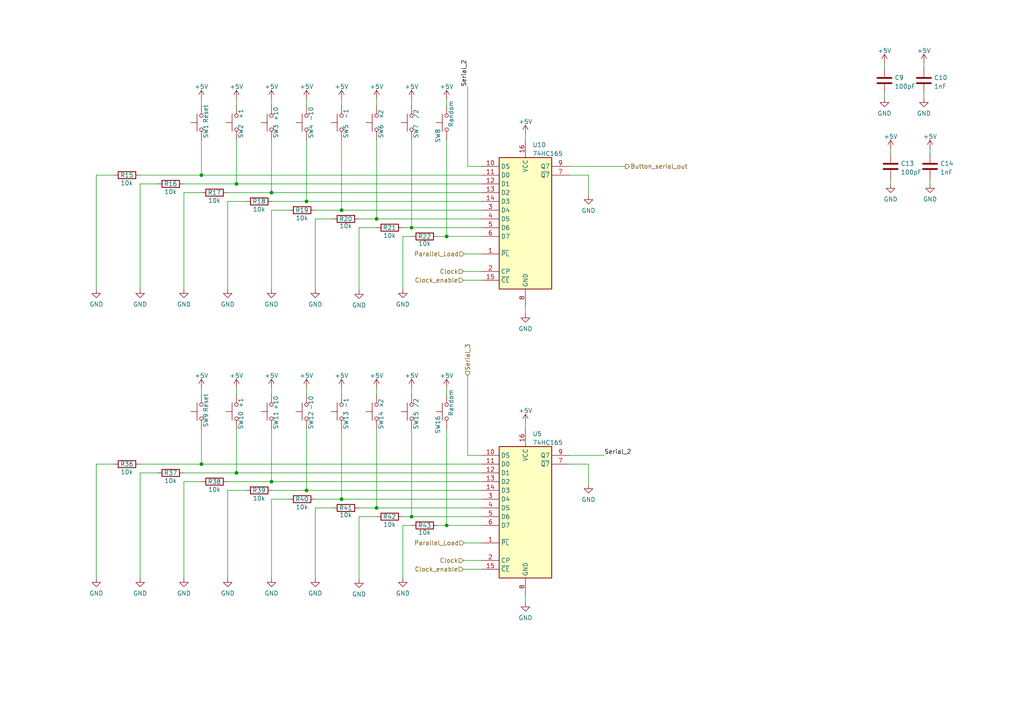
<source format=kicad_sch>
(kicad_sch (version 20211123) (generator eeschema)
  (paper "A4")
  (lib_symbols
    (symbol "74xx:74HC165"
      (property "Reference" "U" (at -7.62 19.05 0))
      (property "Value" "74HC165" (at -7.62 -21.59 0))
      (symbol "74HC165_1_0"
        (pin input line (at -12.7 -10.16 0) (length 5.08) (name "~{PL}") (number "1"))
        (pin input line (at -12.7 15.24 0) (length 5.08) (name "DS") (number "10"))
        (pin input line (at -12.7 12.7 0) (length 5.08) (name "D0") (number "11"))
        (pin input line (at -12.7 10.16 0) (length 5.08) (name "D1") (number "12"))
        (pin input line (at -12.7 7.62 0) (length 5.08) (name "D2") (number "13"))
        (pin input line (at -12.7 5.08 0) (length 5.08) (name "D3") (number "14"))
        (pin input line (at -12.7 -17.78 0) (length 5.08) (name "~{CE}") (number "15"))
        (pin power_in line (at 0 22.86 270) (length 5.08) (name "VCC") (number "16"))
        (pin input line (at -12.7 -15.24 0) (length 5.08) (name "CP") (number "2"))
        (pin input line (at -12.7 2.54 0) (length 5.08) (name "D4") (number "3"))
        (pin input line (at -12.7 0 0) (length 5.08) (name "D5") (number "4"))
        (pin input line (at -12.7 -2.54 0) (length 5.08) (name "D6") (number "5"))
        (pin input line (at -12.7 -5.08 0) (length 5.08) (name "D7") (number "6"))
        (pin output line (at 12.7 12.7 180) (length 5.08) (name "~{Q7}") (number "7"))
        (pin power_in line (at 0 -25.4 90) (length 5.08) (name "GND") (number "8"))
        (pin output line (at 12.7 15.24 180) (length 5.08) (name "Q7") (number "9"))
      )
      (symbol "74HC165_1_1"
        (rectangle (start -7.62 17.78) (end 7.62 -20.32) (stroke (width 0.254)) (fill (type background)))
      )
    )
    (symbol "Device:C" (pin_numbers hide) (pin_names (offset 0.254))
      (property "Reference" "C" (at 0.635 2.54 0))
      (property "Value" "C" (at 0.635 -2.54 0))
      (symbol "C_0_1"
        (polyline (pts (xy -2.032 -0.762) (xy 2.032 -0.762)) (stroke (width 0.508)))
        (polyline (pts (xy -2.032 0.762) (xy 2.032 0.762)) (stroke (width 0.508)))
      )
      (symbol "C_1_1"
        (pin passive line (at 0 3.81 270) (length 2.794) (name "~") (number "1"))
        (pin passive line (at 0 -3.81 90) (length 2.794) (name "~") (number "2"))
      )
    )
    (symbol "Device:R" (pin_numbers hide) (pin_names (offset 0))
      (property "Reference" "R" (at 2.032 0 90))
      (property "Value" "R" (at 0 0 90))
      (symbol "R_0_1"
        (rectangle (start -1.016 -2.54) (end 1.016 2.54) (stroke (width 0.254)))
      )
      (symbol "R_1_1"
        (pin passive line (at 0 3.81 270) (length 1.27) (name "~") (number "1"))
        (pin passive line (at 0 -3.81 90) (length 1.27) (name "~") (number "2"))
      )
    )
    (symbol "Switch:SW_Push" (pin_numbers hide) (pin_names (offset 1.016) hide)
      (property "Reference" "SW" (at 1.27 2.54 0))
      (property "Value" "SW_Push" (at 0 -1.524 0))
      (symbol "SW_Push_0_1"
        (circle (center -2.032 0) (radius 0.508))
        (polyline (pts (xy 0 1.27) (xy 0 3.048)))
        (polyline (pts (xy 2.54 1.27) (xy -2.54 1.27)))
        (circle (center 2.032 0) (radius 0.508))
        (pin passive line (at -5.08 0 0) (length 2.54) (name "1") (number "1"))
        (pin passive line (at 5.08 0 180) (length 2.54) (name "2") (number "2"))
      )
    )
    (symbol "power:+5V" (power) (pin_names (offset 0))
      (property "Value" "+5V" (at 0 3.556 0))
      (symbol "+5V_0_1"
        (polyline (pts (xy -0.762 1.27) (xy 0 2.54)))
        (polyline (pts (xy 0 0) (xy 0 2.54)))
        (polyline (pts (xy 0 2.54) (xy 0.762 1.27)))
      )
      (symbol "+5V_1_1"
        (pin power_in line (at 0 0 90) (length 0) hide (name "+5V") (number "1"))
      )
    )
    (symbol "power:GND" (power) (pin_names (offset 0))
      (property "Value" "GND" (at 0 -3.81 0))
      (symbol "GND_0_1"
        (polyline (pts (xy 0 0) (xy 0 -1.27) (xy 1.27 -1.27) (xy 0 -2.54) (xy -1.27 -1.27) (xy 0 -1.27)))
      )
      (symbol "GND_1_1"
        (pin power_in line (at 0 0 270) (length 0) hide (name "GND") (number "1"))
      )
    )
  )
  (junction (at 109.22 63.5))
  (junction (at 119.38 149.86))
  (junction (at 99.06 144.78))
  (junction (at 129.54 68.58))
  (junction (at 58.42 50.8))
  (junction (at 78.74 139.7))
  (junction (at 88.9 142.24))
  (junction (at 119.38 66.04))
  (junction (at 129.54 152.4))
  (junction (at 88.9 58.42))
  (junction (at 68.58 137.16))
  (junction (at 109.22 147.32))
  (junction (at 78.74 55.88))
  (junction (at 68.58 53.34))
  (junction (at 58.42 134.62))
  (junction (at 99.06 60.96))
  (wire (pts (xy 152.4 88.9) (xy 152.4 90.932)))
  (wire (pts (xy 104.14 63.5) (xy 109.22 63.5)))
  (wire (pts (xy 127 68.58) (xy 129.54 68.58)))
  (wire (pts (xy 135.636 108.966) (xy 135.636 132.08)))
  (wire (pts (xy 53.34 139.7) (xy 53.34 167.64)))
  (wire (pts (xy 66.04 142.24) (xy 66.04 167.64)))
  (wire (pts (xy 88.9 124.46) (xy 88.9 142.24)))
  (wire (pts (xy 53.34 53.34) (xy 68.58 53.34)))
  (wire (pts (xy 256.54 19.558) (xy 256.54 18.288)))
  (wire (pts (xy 134.366 162.56) (xy 139.7 162.56)))
  (wire (pts (xy 78.74 112.522) (xy 78.74 114.3)))
  (wire (pts (xy 71.374 58.42) (xy 66.04 58.42)))
  (wire (pts (xy 68.58 137.16) (xy 139.7 137.16)))
  (wire (pts (xy 119.38 124.46) (xy 119.38 149.86)))
  (wire (pts (xy 116.84 66.04) (xy 119.38 66.04)))
  (wire (pts (xy 119.38 68.58) (xy 116.84 68.58)))
  (wire (pts (xy 258.318 52.07) (xy 258.318 53.34)))
  (wire (pts (xy 99.06 40.64) (xy 99.06 60.96)))
  (wire (pts (xy 109.22 112.522) (xy 109.22 114.3)))
  (wire (pts (xy 78.74 144.78) (xy 78.74 167.64)))
  (wire (pts (xy 129.54 112.522) (xy 129.54 114.3)))
  (wire (pts (xy 104.14 149.86) (xy 109.22 149.86)))
  (wire (pts (xy 109.22 40.64) (xy 109.22 63.5)))
  (wire (pts (xy 33.02 50.8) (xy 27.94 50.8)))
  (wire (pts (xy 104.14 66.04) (xy 109.22 66.04)))
  (wire (pts (xy 99.06 124.46) (xy 99.06 144.78)))
  (wire (pts (xy 27.94 134.62) (xy 27.94 167.64)))
  (wire (pts (xy 119.38 149.86) (xy 139.7 149.86)))
  (wire (pts (xy 96.52 63.5) (xy 91.44 63.5)))
  (wire (pts (xy 88.9 112.522) (xy 88.9 114.3)))
  (wire (pts (xy 116.84 68.58) (xy 116.84 83.82)))
  (wire (pts (xy 58.42 40.64) (xy 58.42 50.8)))
  (wire (pts (xy 116.84 152.4) (xy 116.84 167.64)))
  (wire (pts (xy 58.42 124.46) (xy 58.42 134.62)))
  (wire (pts (xy 58.42 28.702) (xy 58.42 30.48)))
  (wire (pts (xy 269.748 52.07) (xy 269.748 53.34)))
  (wire (pts (xy 53.34 55.88) (xy 53.34 83.82)))
  (wire (pts (xy 40.64 134.62) (xy 58.42 134.62)))
  (wire (pts (xy 66.04 139.7) (xy 78.74 139.7)))
  (wire (pts (xy 256.54 27.178) (xy 256.54 28.448)))
  (wire (pts (xy 152.4 122.682) (xy 152.4 124.46)))
  (wire (pts (xy 129.54 68.58) (xy 139.7 68.58)))
  (wire (pts (xy 78.74 139.7) (xy 139.7 139.7)))
  (wire (pts (xy 269.748 43.18) (xy 269.748 44.45)))
  (wire (pts (xy 165.1 50.8) (xy 170.688 50.8)))
  (wire (pts (xy 58.42 139.7) (xy 53.34 139.7)))
  (wire (pts (xy 134.62 157.48) (xy 139.7 157.48)))
  (wire (pts (xy 68.58 40.64) (xy 68.58 53.34)))
  (wire (pts (xy 96.52 147.32) (xy 91.44 147.32)))
  (wire (pts (xy 134.366 78.74) (xy 139.7 78.74)))
  (wire (pts (xy 58.42 50.8) (xy 139.7 50.8)))
  (wire (pts (xy 152.4 38.862) (xy 152.4 40.64)))
  (wire (pts (xy 116.84 149.86) (xy 119.38 149.86)))
  (wire (pts (xy 267.97 18.288) (xy 267.97 19.558)))
  (wire (pts (xy 66.04 58.42) (xy 66.04 83.82)))
  (wire (pts (xy 139.7 132.08) (xy 135.636 132.08)))
  (wire (pts (xy 109.22 147.32) (xy 139.7 147.32)))
  (wire (pts (xy 71.374 142.24) (xy 66.04 142.24)))
  (wire (pts (xy 78.74 60.96) (xy 78.74 83.82)))
  (wire (pts (xy 129.54 40.64) (xy 129.54 68.58)))
  (wire (pts (xy 78.74 28.702) (xy 78.74 30.48)))
  (wire (pts (xy 170.688 50.8) (xy 170.688 56.642)))
  (wire (pts (xy 91.44 60.96) (xy 99.06 60.96)))
  (wire (pts (xy 119.38 28.702) (xy 119.38 30.48)))
  (wire (pts (xy 78.74 124.46) (xy 78.74 139.7)))
  (wire (pts (xy 78.74 55.88) (xy 139.7 55.88)))
  (wire (pts (xy 40.64 137.16) (xy 40.64 167.64)))
  (wire (pts (xy 68.58 124.46) (xy 68.58 137.16)))
  (wire (pts (xy 40.64 53.34) (xy 40.64 83.82)))
  (wire (pts (xy 53.34 137.16) (xy 68.58 137.16)))
  (wire (pts (xy 134.366 165.1) (xy 139.7 165.1)))
  (wire (pts (xy 129.54 124.46) (xy 129.54 152.4)))
  (wire (pts (xy 45.72 53.34) (xy 40.64 53.34)))
  (wire (pts (xy 109.22 124.46) (xy 109.22 147.32)))
  (wire (pts (xy 58.42 55.88) (xy 53.34 55.88)))
  (wire (pts (xy 58.42 112.522) (xy 58.42 114.3)))
  (wire (pts (xy 91.44 144.78) (xy 99.06 144.78)))
  (wire (pts (xy 104.14 84.074) (xy 104.14 66.04)))
  (wire (pts (xy 134.62 73.66) (xy 139.7 73.66)))
  (wire (pts (xy 99.06 144.78) (xy 139.7 144.78)))
  (wire (pts (xy 78.74 60.96) (xy 83.82 60.96)))
  (wire (pts (xy 104.14 167.894) (xy 104.14 149.86)))
  (wire (pts (xy 66.04 55.88) (xy 78.74 55.88)))
  (wire (pts (xy 109.22 28.702) (xy 109.22 30.48)))
  (wire (pts (xy 119.38 152.4) (xy 116.84 152.4)))
  (wire (pts (xy 78.994 58.42) (xy 88.9 58.42)))
  (wire (pts (xy 134.366 81.28) (xy 139.7 81.28)))
  (wire (pts (xy 58.42 134.62) (xy 139.7 134.62)))
  (wire (pts (xy 88.9 40.64) (xy 88.9 58.42)))
  (wire (pts (xy 99.06 60.96) (xy 139.7 60.96)))
  (wire (pts (xy 88.9 142.24) (xy 139.7 142.24)))
  (wire (pts (xy 88.9 58.42) (xy 139.7 58.42)))
  (wire (pts (xy 109.22 63.5) (xy 139.7 63.5)))
  (wire (pts (xy 135.636 25.146) (xy 135.636 48.26)))
  (wire (pts (xy 78.994 142.24) (xy 88.9 142.24)))
  (wire (pts (xy 104.14 147.32) (xy 109.22 147.32)))
  (wire (pts (xy 99.06 112.522) (xy 99.06 114.3)))
  (wire (pts (xy 267.97 27.178) (xy 267.97 28.448)))
  (wire (pts (xy 165.1 134.62) (xy 170.688 134.62)))
  (wire (pts (xy 91.44 63.5) (xy 91.44 83.82)))
  (wire (pts (xy 91.44 147.32) (xy 91.44 167.64)))
  (wire (pts (xy 78.74 144.78) (xy 83.82 144.78)))
  (wire (pts (xy 99.06 28.702) (xy 99.06 30.48)))
  (wire (pts (xy 88.9 28.702) (xy 88.9 30.48)))
  (wire (pts (xy 119.38 66.04) (xy 139.7 66.04)))
  (wire (pts (xy 129.54 28.702) (xy 129.54 30.48)))
  (wire (pts (xy 165.1 48.26) (xy 181.356 48.26)))
  (wire (pts (xy 68.58 112.522) (xy 68.58 114.3)))
  (wire (pts (xy 45.72 137.16) (xy 40.64 137.16)))
  (wire (pts (xy 27.94 50.8) (xy 27.94 83.82)))
  (wire (pts (xy 40.64 50.8) (xy 58.42 50.8)))
  (wire (pts (xy 78.74 40.64) (xy 78.74 55.88)))
  (wire (pts (xy 127 152.4) (xy 129.54 152.4)))
  (wire (pts (xy 258.318 44.45) (xy 258.318 43.18)))
  (wire (pts (xy 119.38 112.522) (xy 119.38 114.3)))
  (wire (pts (xy 119.38 40.64) (xy 119.38 66.04)))
  (wire (pts (xy 68.58 53.34) (xy 139.7 53.34)))
  (wire (pts (xy 129.54 152.4) (xy 139.7 152.4)))
  (wire (pts (xy 139.7 48.26) (xy 135.636 48.26)))
  (wire (pts (xy 33.02 134.62) (xy 27.94 134.62)))
  (wire (pts (xy 68.58 28.702) (xy 68.58 30.48)))
  (wire (pts (xy 152.4 172.72) (xy 152.4 174.752)))
  (wire (pts (xy 165.1 132.08) (xy 175.26 132.08)))
  (wire (pts (xy 170.688 134.62) (xy 170.688 140.462)))
  (label "Serial_2" (at 175.26 132.08 0))
  (label "Serial_2" (at 135.636 25.146 90))
  (hierarchical_label "Parallel_Load" (shape input) (at 134.62 157.48 180))
  (hierarchical_label "Serial_3" (shape input) (at 135.636 108.966 90))
  (hierarchical_label "Parallel_Load" (shape input) (at 134.62 73.66 180))
  (hierarchical_label "Clock" (shape input) (at 134.366 78.74 180))
  (hierarchical_label "Clock_enable" (shape input) (at 134.366 165.1 180))
  (hierarchical_label "Button_serial_out" (shape output) (at 181.356 48.26 0))
  (hierarchical_label "Clock_enable" (shape input) (at 134.366 81.28 180))
  (hierarchical_label "Clock" (shape input) (at 134.366 162.56 180))
  (symbol (lib_id "power:GND") (at 91.44 167.64 0) (unit 1)
    (property "Reference" "#PWR0165" (effects hide))
    (property "Value" "GND" (at 91.44 172.0834 0))
  )
  (symbol (lib_id "power:GND") (at 66.04 83.82 0) (unit 1)
    (property "Reference" "#PWR0144" (effects hide))
    (property "Value" "GND" (at 66.04 88.2634 0))
  )
  (symbol (lib_id "Switch:SW_Push") (at 68.58 35.56 90) (unit 1)
    (property "Reference" "SW2" (at 69.8531 38.1 0))
    (property "Value" "+1" (at 69.85 33.02 0))
    (property "Footprint" "Button_Switch_THT:SW_PUSH_6mm_H5mm" (effects hide))
  )
  (symbol (lib_id "power:GND") (at 53.34 167.64 0) (unit 1)
    (property "Reference" "#PWR0170" (effects hide))
    (property "Value" "GND" (at 53.34 172.0834 0))
  )
  (symbol (lib_id "power:GND") (at 104.14 167.894 0) (unit 1)
    (property "Reference" "#PWR0179" (effects hide))
    (property "Value" "GND" (at 104.14 172.3374 0))
  )
  (symbol (lib_id "Device:R") (at 100.33 63.5 90) (unit 1)
    (property "Reference" "R20" (at 102.235 63.5 90) (effects (justify left)))
    (property "Value" "10k" (at 102.108 65.532 90) (effects (justify left)))
    (property "Footprint" "Resistor_THT:R_Axial_DIN0207_L6.3mm_D2.5mm_P7.62mm_Horizontal" (effects hide))
  )
  (symbol (lib_id "power:+5V") (at 58.42 28.702 0) (unit 1)
    (property "Reference" "#PWR0141" (effects hide))
    (property "Value" "+5V" (at 58.42 25.1262 0))
  )
  (symbol (lib_id "Switch:SW_Push") (at 88.9 119.38 90) (unit 1)
    (property "Reference" "SW12" (at 90.1731 121.92 0))
    (property "Value" "-10" (at 90.17 116.84 0))
    (property "Footprint" "Button_Switch_THT:SW_PUSH_6mm_H5mm" (effects hide))
  )
  (symbol (lib_id "Switch:SW_Push") (at 129.54 35.56 90) (unit 1)
    (property "Reference" "SW8" (at 127 39.37 0))
    (property "Value" "Random" (at 130.81 33.02 0))
    (property "Footprint" "Button_Switch_THT:SW_PUSH_6mm_H5mm" (effects hide))
  )
  (symbol (lib_id "Device:R") (at 49.53 137.16 90) (unit 1)
    (property "Reference" "R37" (at 51.435 137.16 90) (effects (justify left)))
    (property "Value" "10k" (at 51.308 139.446 90) (effects (justify left)))
    (property "Footprint" "Resistor_THT:R_Axial_DIN0207_L6.3mm_D2.5mm_P7.62mm_Horizontal" (effects hide))
  )
  (symbol (lib_id "power:GND") (at 78.74 83.82 0) (unit 1)
    (property "Reference" "#PWR0133" (effects hide))
    (property "Value" "GND" (at 78.74 88.2634 0))
  )
  (symbol (lib_id "Device:C") (at 258.318 48.26 0) (unit 1)
    (property "Reference" "C13" (at 261.239 47.4253 0) (effects (justify left)))
    (property "Value" "100pF" (at 261.239 49.9622 0) (effects (justify left)))
    (property "Footprint" "Capacitor_THT:C_Disc_D3.8mm_W2.6mm_P2.50mm" (effects hide))
  )
  (symbol (lib_id "power:GND") (at 40.64 167.64 0) (unit 1)
    (property "Reference" "#PWR0169" (effects hide))
    (property "Value" "GND" (at 40.64 172.0834 0))
  )
  (symbol (lib_id "power:GND") (at 27.94 83.82 0) (unit 1)
    (property "Reference" "#PWR0135" (effects hide))
    (property "Value" "GND" (at 27.94 88.2634 0))
  )
  (symbol (lib_id "power:GND") (at 170.688 140.462 0) (unit 1)
    (property "Reference" "#PWR0178" (effects hide))
    (property "Value" "GND" (at 170.688 144.9054 0))
  )
  (symbol (lib_id "Device:R") (at 36.83 134.62 90) (unit 1)
    (property "Reference" "R36" (at 38.735 134.62 90) (effects (justify left)))
    (property "Value" "10k" (at 38.608 136.906 90) (effects (justify left)))
    (property "Footprint" "Resistor_THT:R_Axial_DIN0207_L6.3mm_D2.5mm_P7.62mm_Horizontal" (effects hide))
  )
  (symbol (lib_id "74xx:74HC165") (at 152.4 147.32 0) (unit 1)
    (property "Reference" "U5" (at 154.4194 125.8402 0) (effects (justify left)))
    (property "Value" "74HC165" (at 154.4194 128.3771 0) (effects (justify left)))
    (property "Footprint" "Package_DIP:DIP-16_W7.62mm_LongPads" (effects hide))
    (property "Datasheet" "https://assets.nexperia.com/documents/data-sheet/74HC_HCT165.pdf" (effects hide))
  )
  (symbol (lib_id "power:GND") (at 258.318 53.34 0) (unit 1)
    (property "Reference" "#PWR0161" (effects hide))
    (property "Value" "GND" (at 258.318 57.7834 0))
  )
  (symbol (lib_id "power:+5V") (at 119.38 28.702 0) (unit 1)
    (property "Reference" "#PWR0140" (effects hide))
    (property "Value" "+5V" (at 119.38 25.1262 0))
  )
  (symbol (lib_id "Switch:SW_Push") (at 109.22 35.56 90) (unit 1)
    (property "Reference" "SW6" (at 110.4931 38.1 0))
    (property "Value" "x2" (at 110.49 33.02 0))
    (property "Footprint" "Button_Switch_THT:SW_PUSH_6mm_H5mm" (effects hide))
  )
  (symbol (lib_id "power:+5V") (at 109.22 112.522 0) (unit 1)
    (property "Reference" "#PWR0175" (effects hide))
    (property "Value" "+5V" (at 109.22 108.9462 0))
  )
  (symbol (lib_id "power:GND") (at 40.64 83.82 0) (unit 1)
    (property "Reference" "#PWR0134" (effects hide))
    (property "Value" "GND" (at 40.64 88.2634 0))
  )
  (symbol (lib_id "Switch:SW_Push") (at 129.54 119.38 90) (unit 1)
    (property "Reference" "SW16" (at 127 123.19 0))
    (property "Value" "Random" (at 130.81 116.84 0))
    (property "Footprint" "Button_Switch_THT:SW_PUSH_6mm_H5mm" (effects hide))
  )
  (symbol (lib_id "power:GND") (at 66.04 167.64 0) (unit 1)
    (property "Reference" "#PWR0163" (effects hide))
    (property "Value" "GND" (at 66.04 172.0834 0))
  )
  (symbol (lib_id "power:+5V") (at 152.4 38.862 0) (unit 1)
    (property "Reference" "#PWR0125" (effects hide))
    (property "Value" "+5V" (at 152.4 35.2862 0))
  )
  (symbol (lib_id "power:+5V") (at 99.06 112.522 0) (unit 1)
    (property "Reference" "#PWR0173" (effects hide))
    (property "Value" "+5V" (at 99.06 108.9462 0))
  )
  (symbol (lib_id "Switch:SW_Push") (at 109.22 119.38 90) (unit 1)
    (property "Reference" "SW14" (at 110.4931 121.92 0))
    (property "Value" "x2" (at 110.49 116.84 0))
    (property "Footprint" "Button_Switch_THT:SW_PUSH_6mm_H5mm" (effects hide))
  )
  (symbol (lib_id "Switch:SW_Push") (at 119.38 35.56 90) (unit 1)
    (property "Reference" "SW7" (at 120.6531 38.1 0))
    (property "Value" "/2" (at 120.65 33.02 0))
    (property "Footprint" "Button_Switch_THT:SW_PUSH_6mm_H5mm" (effects hide))
  )
  (symbol (lib_id "power:GND") (at 78.74 167.64 0) (unit 1)
    (property "Reference" "#PWR0164" (effects hide))
    (property "Value" "GND" (at 78.74 172.0834 0))
  )
  (symbol (lib_id "power:GND") (at 256.54 28.448 0) (unit 1)
    (property "Reference" "#PWR0121" (effects hide))
    (property "Value" "GND" (at 256.54 32.8914 0))
  )
  (symbol (lib_id "power:+5V") (at 267.97 18.288 0) (unit 1)
    (property "Reference" "#PWR0122" (effects hide))
    (property "Value" "+5V" (at 267.97 14.7122 0))
  )
  (symbol (lib_id "power:+5V") (at 258.318 43.18 0) (unit 1)
    (property "Reference" "#PWR0159" (effects hide))
    (property "Value" "+5V" (at 258.318 39.6042 0))
  )
  (symbol (lib_id "power:+5V") (at 78.74 28.702 0) (unit 1)
    (property "Reference" "#PWR0143" (effects hide))
    (property "Value" "+5V" (at 78.74 25.1262 0))
  )
  (symbol (lib_id "Switch:SW_Push") (at 58.42 119.38 90) (unit 1)
    (property "Reference" "SW9" (at 59.6931 121.92 0))
    (property "Value" "Reset" (at 59.69 116.84 0))
    (property "Footprint" "Button_Switch_THT:SW_PUSH_6mm_H5mm" (effects hide))
  )
  (symbol (lib_id "power:GND") (at 152.4 90.932 0) (unit 1)
    (property "Reference" "#PWR0126" (effects hide))
    (property "Value" "GND" (at 152.4 95.3754 0))
  )
  (symbol (lib_id "power:+5V") (at 88.9 28.702 0) (unit 1)
    (property "Reference" "#PWR0138" (effects hide))
    (property "Value" "+5V" (at 88.9 25.1262 0))
  )
  (symbol (lib_id "power:GND") (at 91.44 83.82 0) (unit 1)
    (property "Reference" "#PWR0132" (effects hide))
    (property "Value" "GND" (at 91.44 88.2634 0))
  )
  (symbol (lib_id "power:+5V") (at 129.54 112.522 0) (unit 1)
    (property "Reference" "#PWR0176" (effects hide))
    (property "Value" "+5V" (at 129.54 108.9462 0))
  )
  (symbol (lib_id "Device:R") (at 113.03 149.86 90) (unit 1)
    (property "Reference" "R42" (at 114.935 149.86 90) (effects (justify left)))
    (property "Value" "10k" (at 114.808 152.146 90) (effects (justify left)))
    (property "Footprint" "Resistor_THT:R_Axial_DIN0207_L6.3mm_D2.5mm_P7.62mm_Horizontal" (effects hide))
  )
  (symbol (lib_id "power:+5V") (at 152.4 122.682 0) (unit 1)
    (property "Reference" "#PWR0177" (effects hide))
    (property "Value" "+5V" (at 152.4 119.1062 0))
  )
  (symbol (lib_id "Switch:SW_Push") (at 88.9 35.56 90) (unit 1)
    (property "Reference" "SW4" (at 90.1731 38.1 0))
    (property "Value" "-10" (at 90.17 33.02 0))
    (property "Footprint" "Button_Switch_THT:SW_PUSH_6mm_H5mm" (effects hide))
  )
  (symbol (lib_id "power:GND") (at 104.14 84.074 0) (unit 1)
    (property "Reference" "#PWR0131" (effects hide))
    (property "Value" "GND" (at 104.14 88.5174 0))
  )
  (symbol (lib_id "Device:R") (at 113.03 66.04 90) (unit 1)
    (property "Reference" "R21" (at 114.935 66.04 90) (effects (justify left)))
    (property "Value" "10k" (at 114.808 68.326 90) (effects (justify left)))
    (property "Footprint" "Resistor_THT:R_Axial_DIN0207_L6.3mm_D2.5mm_P7.62mm_Horizontal" (effects hide))
  )
  (symbol (lib_id "power:GND") (at 152.4 174.752 0) (unit 1)
    (property "Reference" "#PWR0181" (effects hide))
    (property "Value" "GND" (at 152.4 179.1954 0))
  )
  (symbol (lib_id "power:+5V") (at 129.54 28.702 0) (unit 1)
    (property "Reference" "#PWR0139" (effects hide))
    (property "Value" "+5V" (at 129.54 25.1262 0))
  )
  (symbol (lib_id "Device:C") (at 269.748 48.26 0) (unit 1)
    (property "Reference" "C14" (at 272.669 47.4253 0) (effects (justify left)))
    (property "Value" "1nF" (at 272.669 49.9622 0) (effects (justify left)))
    (property "Footprint" "Capacitor_THT:C_Disc_D3.8mm_W2.6mm_P2.50mm" (effects hide))
  )
  (symbol (lib_id "Device:C") (at 256.54 23.368 0) (unit 1)
    (property "Reference" "C9" (at 259.461 22.5333 0) (effects (justify left)))
    (property "Value" "100pF" (at 259.461 25.0702 0) (effects (justify left)))
    (property "Footprint" "Capacitor_THT:C_Disc_D3.8mm_W2.6mm_P2.50mm" (effects hide))
  )
  (symbol (lib_id "power:GND") (at 269.748 53.34 0) (unit 1)
    (property "Reference" "#PWR0162" (effects hide))
    (property "Value" "GND" (at 269.748 57.7834 0))
  )
  (symbol (lib_id "power:GND") (at 27.94 167.64 0) (unit 1)
    (property "Reference" "#PWR0168" (effects hide))
    (property "Value" "GND" (at 27.94 172.0834 0))
  )
  (symbol (lib_id "power:+5V") (at 256.54 18.288 0) (unit 1)
    (property "Reference" "#PWR0123" (effects hide))
    (property "Value" "+5V" (at 256.54 14.7122 0))
  )
  (symbol (lib_id "Device:R") (at 123.19 152.4 90) (unit 1)
    (property "Reference" "R43" (at 125.095 152.4 90) (effects (justify left)))
    (property "Value" "10k" (at 124.968 154.432 90) (effects (justify left)))
    (property "Footprint" "Resistor_THT:R_Axial_DIN0207_L6.3mm_D2.5mm_P7.62mm_Horizontal" (effects hide))
  )
  (symbol (lib_id "Device:R") (at 49.53 53.34 90) (unit 1)
    (property "Reference" "R16" (at 51.435 53.34 90) (effects (justify left)))
    (property "Value" "10k" (at 51.308 55.626 90) (effects (justify left)))
    (property "Footprint" "Resistor_THT:R_Axial_DIN0207_L6.3mm_D2.5mm_P7.62mm_Horizontal" (effects hide))
  )
  (symbol (lib_id "power:+5V") (at 68.58 112.522 0) (unit 1)
    (property "Reference" "#PWR0167" (effects hide))
    (property "Value" "+5V" (at 68.58 108.9462 0))
  )
  (symbol (lib_id "power:+5V") (at 78.74 112.522 0) (unit 1)
    (property "Reference" "#PWR0171" (effects hide))
    (property "Value" "+5V" (at 78.74 108.9462 0))
  )
  (symbol (lib_id "power:+5V") (at 119.38 112.522 0) (unit 1)
    (property "Reference" "#PWR0174" (effects hide))
    (property "Value" "+5V" (at 119.38 108.9462 0))
  )
  (symbol (lib_id "Device:R") (at 100.33 147.32 90) (unit 1)
    (property "Reference" "R41" (at 102.235 147.32 90) (effects (justify left)))
    (property "Value" "10k" (at 102.108 149.352 90) (effects (justify left)))
    (property "Footprint" "Resistor_THT:R_Axial_DIN0207_L6.3mm_D2.5mm_P7.62mm_Horizontal" (effects hide))
  )
  (symbol (lib_id "power:+5V") (at 99.06 28.702 0) (unit 1)
    (property "Reference" "#PWR0137" (effects hide))
    (property "Value" "+5V" (at 99.06 25.1262 0))
  )
  (symbol (lib_id "power:GND") (at 267.97 28.448 0) (unit 1)
    (property "Reference" "#PWR0124" (effects hide))
    (property "Value" "GND" (at 267.97 32.8914 0))
  )
  (symbol (lib_id "Device:R") (at 62.23 55.88 90) (unit 1)
    (property "Reference" "R17" (at 64.135 55.88 90) (effects (justify left)))
    (property "Value" "10k" (at 64.008 58.166 90) (effects (justify left)))
    (property "Footprint" "Resistor_THT:R_Axial_DIN0207_L6.3mm_D2.5mm_P7.62mm_Horizontal" (effects hide))
  )
  (symbol (lib_id "Device:C") (at 267.97 23.368 0) (unit 1)
    (property "Reference" "C10" (at 270.891 22.5333 0) (effects (justify left)))
    (property "Value" "1nF" (at 270.891 25.0702 0) (effects (justify left)))
    (property "Footprint" "Capacitor_THT:C_Disc_D3.8mm_W2.6mm_P2.50mm" (effects hide))
  )
  (symbol (lib_id "power:GND") (at 116.84 83.82 0) (unit 1)
    (property "Reference" "#PWR0130" (effects hide))
    (property "Value" "GND" (at 116.84 88.2634 0))
  )
  (symbol (lib_id "Device:R") (at 62.23 139.7 90) (unit 1)
    (property "Reference" "R38" (at 64.135 139.7 90) (effects (justify left)))
    (property "Value" "10k" (at 64.008 141.986 90) (effects (justify left)))
    (property "Footprint" "Resistor_THT:R_Axial_DIN0207_L6.3mm_D2.5mm_P7.62mm_Horizontal" (effects hide))
  )
  (symbol (lib_id "power:GND") (at 53.34 83.82 0) (unit 1)
    (property "Reference" "#PWR0145" (effects hide))
    (property "Value" "GND" (at 53.34 88.2634 0))
  )
  (symbol (lib_id "Switch:SW_Push") (at 78.74 35.56 90) (unit 1)
    (property "Reference" "SW3" (at 80.0131 38.1 0))
    (property "Value" "+10" (at 80.01 33.02 0))
    (property "Footprint" "Button_Switch_THT:SW_PUSH_6mm_H5mm" (effects hide))
  )
  (symbol (lib_id "Device:R") (at 87.63 144.78 90) (unit 1)
    (property "Reference" "R40" (at 89.535 144.78 90) (effects (justify left)))
    (property "Value" "10k" (at 89.408 147.066 90) (effects (justify left)))
    (property "Footprint" "Resistor_THT:R_Axial_DIN0207_L6.3mm_D2.5mm_P7.62mm_Horizontal" (effects hide))
  )
  (symbol (lib_id "power:+5V") (at 109.22 28.702 0) (unit 1)
    (property "Reference" "#PWR0136" (effects hide))
    (property "Value" "+5V" (at 109.22 25.1262 0))
  )
  (symbol (lib_id "Device:R") (at 75.184 142.24 90) (unit 1)
    (property "Reference" "R39" (at 77.089 142.24 90) (effects (justify left)))
    (property "Value" "10k" (at 76.962 144.526 90) (effects (justify left)))
    (property "Footprint" "Resistor_THT:R_Axial_DIN0207_L6.3mm_D2.5mm_P7.62mm_Horizontal" (effects hide))
  )
  (symbol (lib_id "Switch:SW_Push") (at 99.06 35.56 90) (unit 1)
    (property "Reference" "SW5" (at 100.3331 38.1 0))
    (property "Value" "-1" (at 100.33 33.02 0))
    (property "Footprint" "Button_Switch_THT:SW_PUSH_6mm_H5mm" (effects hide))
  )
  (symbol (lib_id "power:GND") (at 116.84 167.64 0) (unit 1)
    (property "Reference" "#PWR0180" (effects hide))
    (property "Value" "GND" (at 116.84 172.0834 0))
  )
  (symbol (lib_id "power:+5V") (at 88.9 112.522 0) (unit 1)
    (property "Reference" "#PWR0172" (effects hide))
    (property "Value" "+5V" (at 88.9 108.9462 0))
  )
  (symbol (lib_id "Switch:SW_Push") (at 99.06 119.38 90) (unit 1)
    (property "Reference" "SW13" (at 100.3331 121.92 0))
    (property "Value" "-1" (at 100.33 116.84 0))
    (property "Footprint" "Button_Switch_THT:SW_PUSH_6mm_H5mm" (effects hide))
  )
  (symbol (lib_id "Device:R") (at 75.184 58.42 90) (unit 1)
    (property "Reference" "R18" (at 77.089 58.42 90) (effects (justify left)))
    (property "Value" "10k" (at 76.962 60.706 90) (effects (justify left)))
    (property "Footprint" "Resistor_THT:R_Axial_DIN0207_L6.3mm_D2.5mm_P7.62mm_Horizontal" (effects hide))
  )
  (symbol (lib_id "Device:R") (at 123.19 68.58 90) (unit 1)
    (property "Reference" "R22" (at 125.095 68.58 90) (effects (justify left)))
    (property "Value" "10k" (at 124.968 70.612 90) (effects (justify left)))
    (property "Footprint" "Resistor_THT:R_Axial_DIN0207_L6.3mm_D2.5mm_P7.62mm_Horizontal" (effects hide))
  )
  (symbol (lib_id "Device:R") (at 87.63 60.96 90) (unit 1)
    (property "Reference" "R19" (at 89.535 60.96 90) (effects (justify left)))
    (property "Value" "10k" (at 89.408 63.246 90) (effects (justify left)))
    (property "Footprint" "Resistor_THT:R_Axial_DIN0207_L6.3mm_D2.5mm_P7.62mm_Horizontal" (effects hide))
  )
  (symbol (lib_id "74xx:74HC165") (at 152.4 63.5 0) (unit 1)
    (property "Reference" "U10" (at 154.4194 42.0202 0) (effects (justify left)))
    (property "Value" "74HC165" (at 154.4194 44.5571 0) (effects (justify left)))
    (property "Footprint" "Package_DIP:DIP-16_W7.62mm_LongPads" (effects hide))
    (property "Datasheet" "https://assets.nexperia.com/documents/data-sheet/74HC_HCT165.pdf" (effects hide))
  )
  (symbol (lib_id "Device:R") (at 36.83 50.8 90) (unit 1)
    (property "Reference" "R15" (at 38.735 50.8 90) (effects (justify left)))
    (property "Value" "10k" (at 38.608 53.086 90) (effects (justify left)))
    (property "Footprint" "Resistor_THT:R_Axial_DIN0207_L6.3mm_D2.5mm_P7.62mm_Horizontal" (effects hide))
  )
  (symbol (lib_id "power:GND") (at 170.688 56.642 0) (unit 1)
    (property "Reference" "#PWR0129" (effects hide))
    (property "Value" "GND" (at 170.688 61.0854 0))
  )
  (symbol (lib_id "Switch:SW_Push") (at 58.42 35.56 90) (unit 1)
    (property "Reference" "SW1" (at 59.6931 38.1 0))
    (property "Value" "Reset" (at 59.69 33.02 0))
    (property "Footprint" "Button_Switch_THT:SW_PUSH_6mm_H5mm" (effects hide))
  )
  (symbol (lib_id "power:+5V") (at 269.748 43.18 0) (unit 1)
    (property "Reference" "#PWR0160" (effects hide))
    (property "Value" "+5V" (at 269.748 39.6042 0))
  )
  (symbol (lib_id "Switch:SW_Push") (at 68.58 119.38 90) (unit 1)
    (property "Reference" "SW10" (at 69.8531 121.92 0))
    (property "Value" "+1" (at 69.85 116.84 0))
    (property "Footprint" "Button_Switch_THT:SW_PUSH_6mm_H5mm" (effects hide))
  )
  (symbol (lib_id "power:+5V") (at 58.42 112.522 0) (unit 1)
    (property "Reference" "#PWR0166" (effects hide))
    (property "Value" "+5V" (at 58.42 108.9462 0))
  )
  (symbol (lib_id "Switch:SW_Push") (at 78.74 119.38 90) (unit 1)
    (property "Reference" "SW11" (at 80.0131 121.92 0))
    (property "Value" "+10" (at 80.01 116.84 0))
    (property "Footprint" "Button_Switch_THT:SW_PUSH_6mm_H5mm" (effects hide))
  )
  (symbol (lib_id "Switch:SW_Push") (at 119.38 119.38 90) (unit 1)
    (property "Reference" "SW15" (at 120.6531 121.92 0))
    (property "Value" "/2" (at 120.65 116.84 0))
    (property "Footprint" "Button_Switch_THT:SW_PUSH_6mm_H5mm" (effects hide))
  )
  (symbol (lib_id "power:+5V") (at 68.58 28.702 0) (unit 1)
    (property "Reference" "#PWR0142" (effects hide))
    (property "Value" "+5V" (at 68.58 25.1262 0))
  )
)
</source>
